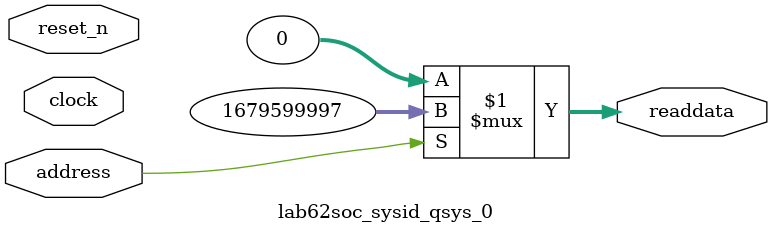
<source format=v>



// synthesis translate_off
`timescale 1ns / 1ps
// synthesis translate_on

// turn off superfluous verilog processor warnings 
// altera message_level Level1 
// altera message_off 10034 10035 10036 10037 10230 10240 10030 

module lab62soc_sysid_qsys_0 (
               // inputs:
                address,
                clock,
                reset_n,

               // outputs:
                readdata
             )
;

  output  [ 31: 0] readdata;
  input            address;
  input            clock;
  input            reset_n;

  wire    [ 31: 0] readdata;
  //control_slave, which is an e_avalon_slave
  assign readdata = address ? 1679599997 : 0;

endmodule



</source>
